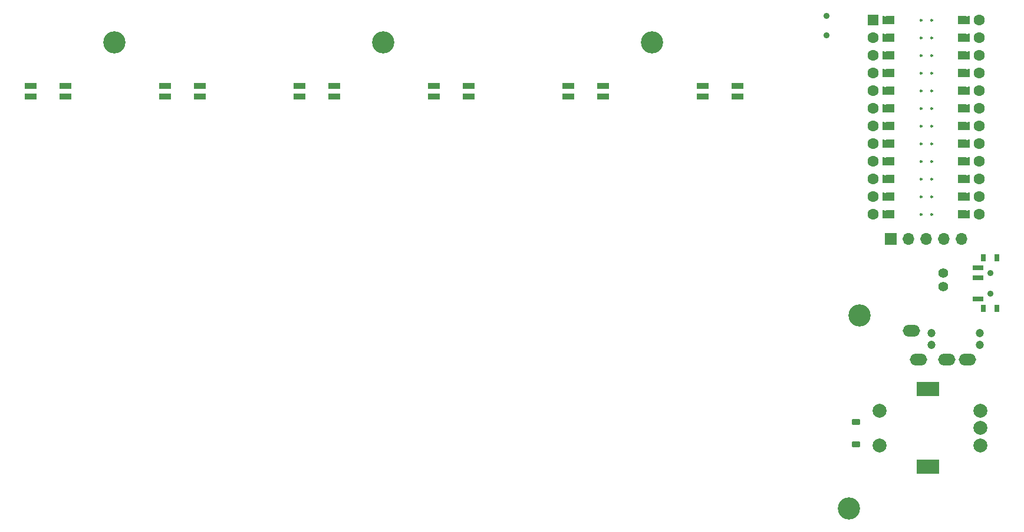
<source format=gts>
G04 #@! TF.GenerationSoftware,KiCad,Pcbnew,7.0.8*
G04 #@! TF.CreationDate,2023-10-17T17:25:18-07:00*
G04 #@! TF.ProjectId,Seismos_CoreL,53656973-6d6f-4735-9f43-6f72654c2e6b,rev?*
G04 #@! TF.SameCoordinates,Original*
G04 #@! TF.FileFunction,Soldermask,Top*
G04 #@! TF.FilePolarity,Negative*
%FSLAX46Y46*%
G04 Gerber Fmt 4.6, Leading zero omitted, Abs format (unit mm)*
G04 Created by KiCad (PCBNEW 7.0.8) date 2023-10-17 17:25:18*
%MOMM*%
%LPD*%
G01*
G04 APERTURE LIST*
G04 Aperture macros list*
%AMRoundRect*
0 Rectangle with rounded corners*
0 $1 Rounding radius*
0 $2 $3 $4 $5 $6 $7 $8 $9 X,Y pos of 4 corners*
0 Add a 4 corners polygon primitive as box body*
4,1,4,$2,$3,$4,$5,$6,$7,$8,$9,$2,$3,0*
0 Add four circle primitives for the rounded corners*
1,1,$1+$1,$2,$3*
1,1,$1+$1,$4,$5*
1,1,$1+$1,$6,$7*
1,1,$1+$1,$8,$9*
0 Add four rect primitives between the rounded corners*
20,1,$1+$1,$2,$3,$4,$5,0*
20,1,$1+$1,$4,$5,$6,$7,0*
20,1,$1+$1,$6,$7,$8,$9,0*
20,1,$1+$1,$8,$9,$2,$3,0*%
%AMFreePoly0*
4,1,6,0.600000,0.200000,0.000000,-0.400000,-0.600000,0.200000,-0.600000,0.400000,0.600000,0.400000,0.600000,0.200000,0.600000,0.200000,$1*%
%AMFreePoly1*
4,1,6,0.600000,-0.250000,-0.600000,-0.250000,-0.600000,1.000000,0.000000,0.400000,0.600000,1.000000,0.600000,-0.250000,0.600000,-0.250000,$1*%
G04 Aperture macros list end*
%ADD10C,0.250000*%
%ADD11C,0.100000*%
%ADD12C,2.000000*%
%ADD13R,3.200000X2.000000*%
%ADD14C,1.200000*%
%ADD15O,2.500000X1.700000*%
%ADD16C,3.200000*%
%ADD17R,1.700000X1.700000*%
%ADD18O,1.700000X1.700000*%
%ADD19C,0.900000*%
%ADD20R,1.500000X0.700000*%
%ADD21R,0.800000X1.000000*%
%ADD22C,1.400000*%
%ADD23C,1.600000*%
%ADD24FreePoly0,270.000000*%
%ADD25FreePoly0,90.000000*%
%ADD26R,1.600000X1.600000*%
%ADD27FreePoly1,270.000000*%
%ADD28FreePoly1,90.000000*%
%ADD29RoundRect,0.225000X-0.375000X0.225000X-0.375000X-0.225000X0.375000X-0.225000X0.375000X0.225000X0*%
%ADD30R,1.803400X0.812800*%
G04 APERTURE END LIST*
D10*
X166523000Y-22286000D02*
G75*
G03*
X166523000Y-22286000I-125000J0D01*
G01*
X164999000Y-22286000D02*
G75*
G03*
X164999000Y-22286000I-125000J0D01*
G01*
X166523000Y-24826000D02*
G75*
G03*
X166523000Y-24826000I-125000J0D01*
G01*
X164999000Y-24826000D02*
G75*
G03*
X164999000Y-24826000I-125000J0D01*
G01*
X166523000Y-27366000D02*
G75*
G03*
X166523000Y-27366000I-125000J0D01*
G01*
X164999000Y-27366000D02*
G75*
G03*
X164999000Y-27366000I-125000J0D01*
G01*
X166523000Y-29906000D02*
G75*
G03*
X166523000Y-29906000I-125000J0D01*
G01*
X164999000Y-29906000D02*
G75*
G03*
X164999000Y-29906000I-125000J0D01*
G01*
X166523000Y-32446000D02*
G75*
G03*
X166523000Y-32446000I-125000J0D01*
G01*
X164999000Y-32446000D02*
G75*
G03*
X164999000Y-32446000I-125000J0D01*
G01*
X166523000Y-34986000D02*
G75*
G03*
X166523000Y-34986000I-125000J0D01*
G01*
X164999000Y-34986000D02*
G75*
G03*
X164999000Y-34986000I-125000J0D01*
G01*
X166523000Y-37526000D02*
G75*
G03*
X166523000Y-37526000I-125000J0D01*
G01*
X164999000Y-37526000D02*
G75*
G03*
X164999000Y-37526000I-125000J0D01*
G01*
X166523000Y-40066000D02*
G75*
G03*
X166523000Y-40066000I-125000J0D01*
G01*
X164999000Y-40066000D02*
G75*
G03*
X164999000Y-40066000I-125000J0D01*
G01*
X166523000Y-42606000D02*
G75*
G03*
X166523000Y-42606000I-125000J0D01*
G01*
X164999000Y-42606000D02*
G75*
G03*
X164999000Y-42606000I-125000J0D01*
G01*
X166523000Y-45146000D02*
G75*
G03*
X166523000Y-45146000I-125000J0D01*
G01*
X164999000Y-45146000D02*
G75*
G03*
X164999000Y-45146000I-125000J0D01*
G01*
X166523000Y-47686000D02*
G75*
G03*
X166523000Y-47686000I-125000J0D01*
G01*
X164999000Y-47686000D02*
G75*
G03*
X164999000Y-47686000I-125000J0D01*
G01*
X166523000Y-50226000D02*
G75*
G03*
X166523000Y-50226000I-125000J0D01*
G01*
X164999000Y-50226000D02*
G75*
G03*
X164999000Y-50226000I-125000J0D01*
G01*
D11*
X160556000Y-22794000D02*
X159540000Y-22794000D01*
X159540000Y-21778000D01*
X160556000Y-21778000D01*
X160556000Y-22794000D01*
G36*
X160556000Y-22794000D02*
G01*
X159540000Y-22794000D01*
X159540000Y-21778000D01*
X160556000Y-21778000D01*
X160556000Y-22794000D01*
G37*
X171732000Y-22794000D02*
X170716000Y-22794000D01*
X170716000Y-21778000D01*
X171732000Y-21778000D01*
X171732000Y-22794000D01*
G36*
X171732000Y-22794000D02*
G01*
X170716000Y-22794000D01*
X170716000Y-21778000D01*
X171732000Y-21778000D01*
X171732000Y-22794000D01*
G37*
X160556000Y-25334000D02*
X159540000Y-25334000D01*
X159540000Y-24318000D01*
X160556000Y-24318000D01*
X160556000Y-25334000D01*
G36*
X160556000Y-25334000D02*
G01*
X159540000Y-25334000D01*
X159540000Y-24318000D01*
X160556000Y-24318000D01*
X160556000Y-25334000D01*
G37*
X171732000Y-25334000D02*
X170716000Y-25334000D01*
X170716000Y-24318000D01*
X171732000Y-24318000D01*
X171732000Y-25334000D01*
G36*
X171732000Y-25334000D02*
G01*
X170716000Y-25334000D01*
X170716000Y-24318000D01*
X171732000Y-24318000D01*
X171732000Y-25334000D01*
G37*
X160556000Y-27874000D02*
X159540000Y-27874000D01*
X159540000Y-26858000D01*
X160556000Y-26858000D01*
X160556000Y-27874000D01*
G36*
X160556000Y-27874000D02*
G01*
X159540000Y-27874000D01*
X159540000Y-26858000D01*
X160556000Y-26858000D01*
X160556000Y-27874000D01*
G37*
X171732000Y-27874000D02*
X170716000Y-27874000D01*
X170716000Y-26858000D01*
X171732000Y-26858000D01*
X171732000Y-27874000D01*
G36*
X171732000Y-27874000D02*
G01*
X170716000Y-27874000D01*
X170716000Y-26858000D01*
X171732000Y-26858000D01*
X171732000Y-27874000D01*
G37*
X160556000Y-30414000D02*
X159540000Y-30414000D01*
X159540000Y-29398000D01*
X160556000Y-29398000D01*
X160556000Y-30414000D01*
G36*
X160556000Y-30414000D02*
G01*
X159540000Y-30414000D01*
X159540000Y-29398000D01*
X160556000Y-29398000D01*
X160556000Y-30414000D01*
G37*
X171732000Y-30414000D02*
X170716000Y-30414000D01*
X170716000Y-29398000D01*
X171732000Y-29398000D01*
X171732000Y-30414000D01*
G36*
X171732000Y-30414000D02*
G01*
X170716000Y-30414000D01*
X170716000Y-29398000D01*
X171732000Y-29398000D01*
X171732000Y-30414000D01*
G37*
X160556000Y-32954000D02*
X159540000Y-32954000D01*
X159540000Y-31938000D01*
X160556000Y-31938000D01*
X160556000Y-32954000D01*
G36*
X160556000Y-32954000D02*
G01*
X159540000Y-32954000D01*
X159540000Y-31938000D01*
X160556000Y-31938000D01*
X160556000Y-32954000D01*
G37*
X171732000Y-32954000D02*
X170716000Y-32954000D01*
X170716000Y-31938000D01*
X171732000Y-31938000D01*
X171732000Y-32954000D01*
G36*
X171732000Y-32954000D02*
G01*
X170716000Y-32954000D01*
X170716000Y-31938000D01*
X171732000Y-31938000D01*
X171732000Y-32954000D01*
G37*
X160556000Y-35494000D02*
X159540000Y-35494000D01*
X159540000Y-34478000D01*
X160556000Y-34478000D01*
X160556000Y-35494000D01*
G36*
X160556000Y-35494000D02*
G01*
X159540000Y-35494000D01*
X159540000Y-34478000D01*
X160556000Y-34478000D01*
X160556000Y-35494000D01*
G37*
X171732000Y-35494000D02*
X170716000Y-35494000D01*
X170716000Y-34478000D01*
X171732000Y-34478000D01*
X171732000Y-35494000D01*
G36*
X171732000Y-35494000D02*
G01*
X170716000Y-35494000D01*
X170716000Y-34478000D01*
X171732000Y-34478000D01*
X171732000Y-35494000D01*
G37*
X160556000Y-38034000D02*
X159540000Y-38034000D01*
X159540000Y-37018000D01*
X160556000Y-37018000D01*
X160556000Y-38034000D01*
G36*
X160556000Y-38034000D02*
G01*
X159540000Y-38034000D01*
X159540000Y-37018000D01*
X160556000Y-37018000D01*
X160556000Y-38034000D01*
G37*
X171732000Y-38034000D02*
X170716000Y-38034000D01*
X170716000Y-37018000D01*
X171732000Y-37018000D01*
X171732000Y-38034000D01*
G36*
X171732000Y-38034000D02*
G01*
X170716000Y-38034000D01*
X170716000Y-37018000D01*
X171732000Y-37018000D01*
X171732000Y-38034000D01*
G37*
X160556000Y-40574000D02*
X159540000Y-40574000D01*
X159540000Y-39558000D01*
X160556000Y-39558000D01*
X160556000Y-40574000D01*
G36*
X160556000Y-40574000D02*
G01*
X159540000Y-40574000D01*
X159540000Y-39558000D01*
X160556000Y-39558000D01*
X160556000Y-40574000D01*
G37*
X171732000Y-40574000D02*
X170716000Y-40574000D01*
X170716000Y-39558000D01*
X171732000Y-39558000D01*
X171732000Y-40574000D01*
G36*
X171732000Y-40574000D02*
G01*
X170716000Y-40574000D01*
X170716000Y-39558000D01*
X171732000Y-39558000D01*
X171732000Y-40574000D01*
G37*
X160556000Y-43114000D02*
X159540000Y-43114000D01*
X159540000Y-42098000D01*
X160556000Y-42098000D01*
X160556000Y-43114000D01*
G36*
X160556000Y-43114000D02*
G01*
X159540000Y-43114000D01*
X159540000Y-42098000D01*
X160556000Y-42098000D01*
X160556000Y-43114000D01*
G37*
X171732000Y-43114000D02*
X170716000Y-43114000D01*
X170716000Y-42098000D01*
X171732000Y-42098000D01*
X171732000Y-43114000D01*
G36*
X171732000Y-43114000D02*
G01*
X170716000Y-43114000D01*
X170716000Y-42098000D01*
X171732000Y-42098000D01*
X171732000Y-43114000D01*
G37*
X160556000Y-45654000D02*
X159540000Y-45654000D01*
X159540000Y-44638000D01*
X160556000Y-44638000D01*
X160556000Y-45654000D01*
G36*
X160556000Y-45654000D02*
G01*
X159540000Y-45654000D01*
X159540000Y-44638000D01*
X160556000Y-44638000D01*
X160556000Y-45654000D01*
G37*
X171732000Y-45654000D02*
X170716000Y-45654000D01*
X170716000Y-44638000D01*
X171732000Y-44638000D01*
X171732000Y-45654000D01*
G36*
X171732000Y-45654000D02*
G01*
X170716000Y-45654000D01*
X170716000Y-44638000D01*
X171732000Y-44638000D01*
X171732000Y-45654000D01*
G37*
X160556000Y-48194000D02*
X159540000Y-48194000D01*
X159540000Y-47178000D01*
X160556000Y-47178000D01*
X160556000Y-48194000D01*
G36*
X160556000Y-48194000D02*
G01*
X159540000Y-48194000D01*
X159540000Y-47178000D01*
X160556000Y-47178000D01*
X160556000Y-48194000D01*
G37*
X171732000Y-48194000D02*
X170716000Y-48194000D01*
X170716000Y-47178000D01*
X171732000Y-47178000D01*
X171732000Y-48194000D01*
G36*
X171732000Y-48194000D02*
G01*
X170716000Y-48194000D01*
X170716000Y-47178000D01*
X171732000Y-47178000D01*
X171732000Y-48194000D01*
G37*
X160556000Y-50734000D02*
X159540000Y-50734000D01*
X159540000Y-49718000D01*
X160556000Y-49718000D01*
X160556000Y-50734000D01*
G36*
X160556000Y-50734000D02*
G01*
X159540000Y-50734000D01*
X159540000Y-49718000D01*
X160556000Y-49718000D01*
X160556000Y-50734000D01*
G37*
X171732000Y-50734000D02*
X170716000Y-50734000D01*
X170716000Y-49718000D01*
X171732000Y-49718000D01*
X171732000Y-50734000D01*
G36*
X171732000Y-50734000D02*
G01*
X170716000Y-50734000D01*
X170716000Y-49718000D01*
X171732000Y-49718000D01*
X171732000Y-50734000D01*
G37*
D12*
X173390000Y-83460000D03*
X173390000Y-78460000D03*
X173390000Y-80960000D03*
D13*
X165890000Y-86560000D03*
X165890000Y-75360000D03*
D12*
X158890000Y-78460000D03*
X158890000Y-83460000D03*
D14*
X173330000Y-67275000D03*
X166330000Y-67275000D03*
X173330000Y-69025000D03*
X166330000Y-69025000D03*
D15*
X164530000Y-71125000D03*
X168530000Y-71125000D03*
X171530000Y-71125000D03*
X163530000Y-66925000D03*
D16*
X156000000Y-64750000D03*
X87600000Y-25500000D03*
D17*
X160556000Y-53766000D03*
D18*
X163096000Y-53766000D03*
X165636000Y-53766000D03*
X168176000Y-53766000D03*
X170716000Y-53766000D03*
D19*
X174800000Y-61632000D03*
X174800000Y-58632000D03*
D20*
X173050000Y-59382000D03*
D21*
X173835000Y-63782000D03*
X175765000Y-63782000D03*
X173835000Y-56482000D03*
X175765000Y-56482000D03*
D20*
X173050000Y-57882000D03*
X173050000Y-62382000D03*
D16*
X49000000Y-25500000D03*
D22*
X168050500Y-58632000D03*
X168050500Y-60632000D03*
D16*
X126200000Y-25500000D03*
D23*
X173256000Y-22286000D03*
D24*
X171478000Y-22286000D03*
D25*
X159794000Y-22286000D03*
D23*
X158016000Y-22286000D03*
D26*
X158016000Y-22286000D03*
D23*
X173256000Y-24826000D03*
D24*
X171478000Y-24826000D03*
D25*
X159794000Y-24826000D03*
D23*
X158016000Y-24826000D03*
X173256000Y-27366000D03*
D24*
X171478000Y-27366000D03*
D25*
X159794000Y-27366000D03*
D23*
X158016000Y-27366000D03*
X173256000Y-29906000D03*
D24*
X171478000Y-29906000D03*
D25*
X159794000Y-29906000D03*
D23*
X158016000Y-29906000D03*
X173256000Y-32446000D03*
D24*
X171478000Y-32446000D03*
D25*
X159794000Y-32446000D03*
D23*
X158016000Y-32446000D03*
X173256000Y-34986000D03*
D24*
X171478000Y-34986000D03*
D25*
X159794000Y-34986000D03*
D23*
X158016000Y-34986000D03*
X173256000Y-37526000D03*
D24*
X171478000Y-37526000D03*
D25*
X159794000Y-37526000D03*
D23*
X158016000Y-37526000D03*
X173256000Y-40066000D03*
D24*
X171478000Y-40066000D03*
D25*
X159794000Y-40066000D03*
D23*
X158016000Y-40066000D03*
X173256000Y-42606000D03*
D24*
X171478000Y-42606000D03*
D25*
X159794000Y-42606000D03*
D23*
X158016000Y-42606000D03*
X173256000Y-45146000D03*
D24*
X171478000Y-45146000D03*
D25*
X159794000Y-45146000D03*
D23*
X158016000Y-45146000D03*
X173256000Y-47686000D03*
D24*
X171478000Y-47686000D03*
D25*
X159794000Y-47686000D03*
D23*
X158016000Y-47686000D03*
X173256000Y-50226000D03*
D24*
X171478000Y-50226000D03*
D25*
X159794000Y-50226000D03*
D23*
X158016000Y-50226000D03*
D27*
X170462000Y-22286000D03*
X170462000Y-24826000D03*
X170462000Y-27366000D03*
X170462000Y-29906000D03*
X170462000Y-32446000D03*
X170462000Y-34986000D03*
X170462000Y-37526000D03*
X170462000Y-40066000D03*
X170462000Y-42606000D03*
X170462000Y-45146000D03*
X170462000Y-47686000D03*
X170462000Y-50226000D03*
D28*
X160810000Y-50226000D03*
X160810000Y-47686000D03*
X160810000Y-45146000D03*
X160810000Y-42606000D03*
X160810000Y-40066000D03*
X160810000Y-37526000D03*
X160810000Y-34986000D03*
X160810000Y-32446000D03*
X160810000Y-29906000D03*
X160810000Y-27366000D03*
X160810000Y-24826000D03*
X160810000Y-22286000D03*
D16*
X154500000Y-92500000D03*
D29*
X155500000Y-80050000D03*
X155500000Y-83350000D03*
D30*
X42001900Y-33249300D03*
X42001900Y-31750700D03*
X36998100Y-31750700D03*
X36998100Y-33249300D03*
X138501900Y-33249300D03*
X138501900Y-31750700D03*
X133498100Y-31750700D03*
X133498100Y-33249300D03*
X99901900Y-33249300D03*
X99901900Y-31750700D03*
X94898100Y-31750700D03*
X94898100Y-33249300D03*
X80601900Y-33249300D03*
X80601900Y-31750700D03*
X75598100Y-31750700D03*
X75598100Y-33249300D03*
D19*
X151287500Y-24449500D03*
X151287500Y-21649500D03*
D30*
X119201900Y-33249300D03*
X119201900Y-31750700D03*
X114198100Y-31750700D03*
X114198100Y-33249300D03*
X61301900Y-33249300D03*
X61301900Y-31750700D03*
X56298100Y-31750700D03*
X56298100Y-33249300D03*
M02*

</source>
